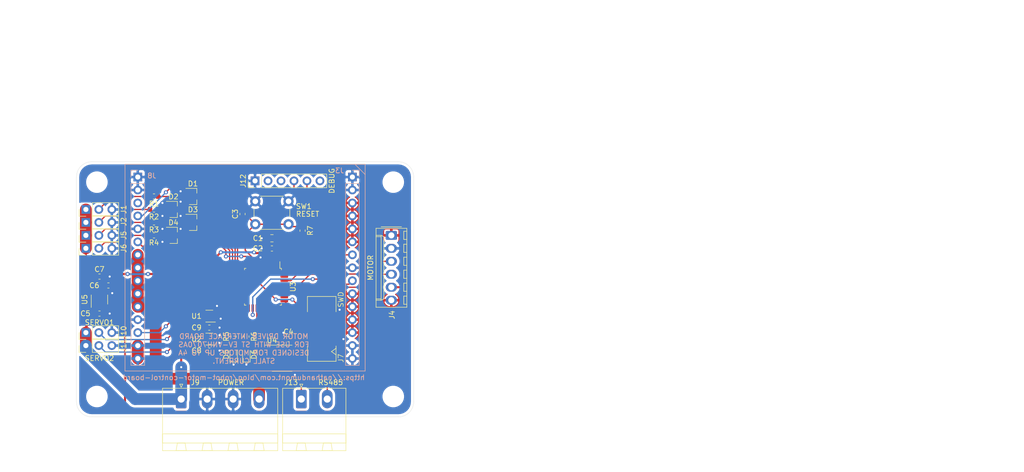
<source format=kicad_pcb>
(kicad_pcb (version 20171130) (host pcbnew 5.1.9-73d0e3b20d~88~ubuntu20.04.1)
  (title_block (title "Motor Driver Board") (date 2020-09-30) (rev 1.0) (company "Nathan Dumont") (comment 1 https://nathandumont.com/blog/robot-motor-control-board))
  (layers (0 F.Cu signal) (31 B.Cu signal) (34 B.Paste user) (35 F.Paste user) (36 B.SilkS user) (37 F.SilkS user) (38 B.Mask user) (39 F.Mask user) (44 Edge.Cuts user))
  (net 0 "")
  (net 1 +3V3)
  (net 2 GND)
  (net 3 /SRST)
  (net 4 +5V)
  (net 5 "Net-(C6-Pad1)")
  (net 6 /AUX1)
  (net 7 /AUX2)
  (net 8 /AUX3)
  (net 9 /AUX4)
  (net 10 "Net-(D5-Pad2)")
  (net 11 "Net-(D6-Pad2)")
  (net 12 "Net-(J1-Pad2)")
  (net 13 "Net-(J2-Pad2)")
  (net 14 /MOTOR_N)
  (net 15 /DIRB)
  (net 16 /DIRA)
  (net 17 /MOTOR_P)
  (net 18 /ENC_B)
  (net 19 /ENC_A)
  (net 20 "Net-(J5-Pad2)")
  (net 21 "Net-(J6-Pad2)")
  (net 22 /SWCLK)
  (net 23 /SWDIO)
  (net 24 /TIM2_CH1)
  (net 25 +12V)
  (net 26 /CUR_SENS)
  (net 27 /SEL0)
  (net 28 "Net-(J10-Pad2)")
  (net 29 "Net-(J11-Pad2)")
  (net 30 /USART3_TX)
  (net 31 /USART3_RX)
  (net 32 "Net-(J13-Pad2)")
  (net 33 "Net-(J13-Pad1)")
  (net 34 "Net-(R5-Pad2)")
  (net 35 "Net-(R6-Pad2)")
  (net 36 /SERVO1)
  (net 37 /SERVO2)
  (net 38 /RS485_DE)
  (net 39 /RS485_RX)
  (net 40 /RS485_TX)
  (module Capacitor_SMD:C_0603_1608Metric (layer F.Cu) (at 116 82.5 180)
    (fp_text reference C9 (at 2.5 0) (layer F.SilkS))
    (fp_text value 100nF hide)
    (pad 2 smd roundrect (at 0.7875 0 180) (size 0.875 0.95) (layers F.Cu F.Paste F.Mask) (net 4 +5V))
    (pad 1 smd roundrect (at -0.7875 0 180) (size 0.875 0.95) (layers F.Cu F.Paste F.Mask) (net 2 GND))
  )
  (module Capacitor_SMD:C_0603_1608Metric (layer F.Cu) (at 116 87 180)
    (fp_text reference C8 (at 2.5 0) (layer F.SilkS))
    (fp_text value 100nF hide)
    (pad 2 smd roundrect (at 0.7875 0 180) (size 0.875 0.95) (layers F.Cu F.Paste F.Mask) (net 4 +5V))
    (pad 1 smd roundrect (at -0.7875 0 180) (size 0.875 0.95) (layers F.Cu F.Paste F.Mask) (net 2 GND))
  )
  (module Connector_PinHeader_2.54mm:PinHeader_1x15_P2.54mm_Vertical (layer B.Cu) (at 144 53 180)
    (fp_text reference J3 (at 2.5 1.25) (layer B.SilkS) (effects (justify mirror)))
    (fp_text value Conn_01x15 hide)
    (pad 15 thru_hole oval (at 0 -35.56 180) (size 1.7 1.7) (drill 1) (layers *.Cu *.Mask) (net 2 GND))
    (pad 14 thru_hole oval (at 0 -33.02 180) (size 1.7 1.7) (drill 1) (layers *.Cu *.Mask) (net 2 GND))
    (pad 13 thru_hole oval (at 0 -30.48 180) (size 1.7 1.7) (drill 1) (layers *.Cu *.Mask) (net 14 /MOTOR_N))
    (pad 12 thru_hole oval (at 0 -27.94 180) (size 1.7 1.7) (drill 1) (layers *.Cu *.Mask) (net 14 /MOTOR_N))
    (pad 11 thru_hole oval (at 0 -25.4 180) (size 1.7 1.7) (drill 1) (layers *.Cu *.Mask) (net 14 /MOTOR_N))
    (pad 10 thru_hole oval (at 0 -22.86 180) (size 1.7 1.7) (drill 1) (layers *.Cu *.Mask) (net 14 /MOTOR_N))
    (pad 9 thru_hole oval (at 0 -20.32 180) (size 1.7 1.7) (drill 1) (layers *.Cu *.Mask) (net 15 /DIRB))
    (pad 8 thru_hole oval (at 0 -17.78 180) (size 1.7 1.7) (drill 1) (layers *.Cu *.Mask) (net 2 GND))
    (pad 7 thru_hole oval (at 0 -15.24 180) (size 1.7 1.7) (drill 1) (layers *.Cu *.Mask) (net 16 /DIRA))
    (pad 6 thru_hole oval (at 0 -12.7 180) (size 1.7 1.7) (drill 1) (layers *.Cu *.Mask) (net 17 /MOTOR_P))
    (pad 5 thru_hole oval (at 0 -10.16 180) (size 1.7 1.7) (drill 1) (layers *.Cu *.Mask) (net 17 /MOTOR_P))
    (pad 4 thru_hole oval (at 0 -7.62 180) (size 1.7 1.7) (drill 1) (layers *.Cu *.Mask) (net 17 /MOTOR_P))
    (pad 3 thru_hole oval (at 0 -5.08 180) (size 1.7 1.7) (drill 1) (layers *.Cu *.Mask) (net 17 /MOTOR_P))
    (pad 2 thru_hole oval (at 0 -2.54 180) (size 1.7 1.7) (drill 1) (layers *.Cu *.Mask) (net 2 GND))
    (pad 1 thru_hole rect (at 0 0 180) (size 1.7 1.7) (drill 1) (layers *.Cu *.Mask) (net 2 GND))
  )
  (module Package_TO_SOT_SMD:SOT-23-5 (layer F.Cu) (at 94.5 77 90)
    (fp_text reference U5 (at 0 -2.9 90) (layer F.SilkS))
    (fp_text value LDK130-33_SOT23_SOT353 hide)
    (pad 5 smd rect (at 1.1 -0.95 90) (size 1.06 0.65) (layers F.Cu F.Paste F.Mask) (net 1 +3V3))
    (pad 4 smd rect (at 1.1 0.95 90) (size 1.06 0.65) (layers F.Cu F.Paste F.Mask) (net 5 "Net-(C6-Pad1)"))
    (pad 3 smd rect (at -1.1 0.95 90) (size 1.06 0.65) (layers F.Cu F.Paste F.Mask) (net 4 +5V))
    (pad 2 smd rect (at -1.1 0 90) (size 1.06 0.65) (layers F.Cu F.Paste F.Mask) (net 2 GND))
    (pad 1 smd rect (at -1.1 -0.95 90) (size 1.06 0.65) (layers F.Cu F.Paste F.Mask) (net 4 +5V))
  )
  (module Package_SO:SOIC-8_3.9x4.9mm_P1.27mm (layer F.Cu) (at 130.25 88.5)
    (fp_text reference U4 (at -2 -3.5) (layer F.SilkS))
    (fp_text value MAX3485 hide)
    (pad 8 smd roundrect (at 2.475 -1.905) (size 1.95 0.6) (layers F.Cu F.Paste F.Mask) (net 1 +3V3))
    (pad 7 smd roundrect (at 2.475 -0.635) (size 1.95 0.6) (layers F.Cu F.Paste F.Mask) (net 32 "Net-(J13-Pad2)"))
    (pad 6 smd roundrect (at 2.475 0.635) (size 1.95 0.6) (layers F.Cu F.Paste F.Mask) (net 33 "Net-(J13-Pad1)"))
    (pad 5 smd roundrect (at 2.475 1.905) (size 1.95 0.6) (layers F.Cu F.Paste F.Mask) (net 2 GND))
    (pad 4 smd roundrect (at -2.475 1.905) (size 1.95 0.6) (layers F.Cu F.Paste F.Mask) (net 40 /RS485_TX))
    (pad 3 smd roundrect (at -2.475 0.635) (size 1.95 0.6) (layers F.Cu F.Paste F.Mask) (net 38 /RS485_DE))
    (pad 2 smd roundrect (at -2.475 -0.635) (size 1.95 0.6) (layers F.Cu F.Paste F.Mask) (net 38 /RS485_DE))
    (pad 1 smd roundrect (at -2.475 -1.905) (size 1.95 0.6) (layers F.Cu F.Paste F.Mask) (net 39 /RS485_RX))
  )
  (module Package_QFP:LQFP-32_7x7mm_P0.8mm (layer F.Cu) (at 126.5 74.5 270)
    (fp_text reference U3 (at 0 -5.88 90) (layer F.SilkS))
    (fp_text value STM32G071KxT hide)
    (pad 32 smd roundrect (at -2.8 -4.175 270) (size 0.5 1.5) (layers F.Cu F.Paste F.Mask) (net 30 /USART3_TX))
    (pad 31 smd roundrect (at -2 -4.175 270) (size 0.5 1.5) (layers F.Cu F.Paste F.Mask))
    (pad 30 smd roundrect (at -1.2 -4.175 270) (size 0.5 1.5) (layers F.Cu F.Paste F.Mask) (net 27 /SEL0))
    (pad 29 smd roundrect (at -0.4 -4.175 270) (size 0.5 1.5) (layers F.Cu F.Paste F.Mask) (net 16 /DIRA))
    (pad 28 smd roundrect (at 0.4 -4.175 270) (size 0.5 1.5) (layers F.Cu F.Paste F.Mask) (net 15 /DIRB))
    (pad 27 smd roundrect (at 1.2 -4.175 270) (size 0.5 1.5) (layers F.Cu F.Paste F.Mask) (net 18 /ENC_B))
    (pad 26 smd roundrect (at 2 -4.175 270) (size 0.5 1.5) (layers F.Cu F.Paste F.Mask))
    (pad 25 smd roundrect (at 2.8 -4.175 270) (size 0.5 1.5) (layers F.Cu F.Paste F.Mask) (net 22 /SWCLK))
    (pad 24 smd roundrect (at 4.175 -2.8 270) (size 1.5 0.5) (layers F.Cu F.Paste F.Mask) (net 23 /SWDIO))
    (pad 23 smd roundrect (at 4.175 -2 270) (size 1.5 0.5) (layers F.Cu F.Paste F.Mask) (net 38 /RS485_DE))
    (pad 22 smd roundrect (at 4.175 -1.2 270) (size 1.5 0.5) (layers F.Cu F.Paste F.Mask))
    (pad 21 smd roundrect (at 4.175 -0.4 270) (size 1.5 0.5) (layers F.Cu F.Paste F.Mask) (net 39 /RS485_RX))
    (pad 20 smd roundrect (at 4.175 0.4 270) (size 1.5 0.5) (layers F.Cu F.Paste F.Mask))
    (pad 19 smd roundrect (at 4.175 1.2 270) (size 1.5 0.5) (layers F.Cu F.Paste F.Mask) (net 40 /RS485_TX))
    (pad 18 smd roundrect (at 4.175 2 270) (size 1.5 0.5) (layers F.Cu F.Paste F.Mask) (net 19 /ENC_A))
    (pad 17 smd roundrect (at 4.175 2.8 270) (size 1.5 0.5) (layers F.Cu F.Paste F.Mask))
    (pad 16 smd roundrect (at 2.8 4.175 270) (size 0.5 1.5) (layers F.Cu F.Paste F.Mask) (net 35 "Net-(R6-Pad2)"))
    (pad 15 smd roundrect (at 2 4.175 270) (size 0.5 1.5) (layers F.Cu F.Paste F.Mask) (net 34 "Net-(R5-Pad2)"))
    (pad 14 smd roundrect (at 1.2 4.175 270) (size 0.5 1.5) (layers F.Cu F.Paste F.Mask) (net 37 /SERVO2))
    (pad 13 smd roundrect (at 0.4 4.175 270) (size 0.5 1.5) (layers F.Cu F.Paste F.Mask) (net 36 /SERVO1))
    (pad 12 smd roundrect (at -0.4 4.175 270) (size 0.5 1.5) (layers F.Cu F.Paste F.Mask) (net 24 /TIM2_CH1))
    (pad 11 smd roundrect (at -1.2 4.175 270) (size 0.5 1.5) (layers F.Cu F.Paste F.Mask) (net 9 /AUX4))
    (pad 10 smd roundrect (at -2 4.175 270) (size 0.5 1.5) (layers F.Cu F.Paste F.Mask) (net 8 /AUX3))
    (pad 9 smd roundrect (at -2.8 4.175 270) (size 0.5 1.5) (layers F.Cu F.Paste F.Mask) (net 7 /AUX2))
    (pad 8 smd roundrect (at -4.175 2.8 270) (size 1.5 0.5) (layers F.Cu F.Paste F.Mask) (net 6 /AUX1))
    (pad 7 smd roundrect (at -4.175 2 270) (size 1.5 0.5) (layers F.Cu F.Paste F.Mask) (net 26 /CUR_SENS))
    (pad 6 smd roundrect (at -4.175 1.2 270) (size 1.5 0.5) (layers F.Cu F.Paste F.Mask) (net 3 /SRST))
    (pad 5 smd roundrect (at -4.175 0.4 270) (size 1.5 0.5) (layers F.Cu F.Paste F.Mask) (net 2 GND))
    (pad 4 smd roundrect (at -4.175 -0.4 270) (size 1.5 0.5) (layers F.Cu F.Paste F.Mask) (net 1 +3V3))
    (pad 3 smd roundrect (at -4.175 -1.2 270) (size 1.5 0.5) (layers F.Cu F.Paste F.Mask))
    (pad 2 smd roundrect (at -4.175 -2 270) (size 1.5 0.5) (layers F.Cu F.Paste F.Mask))
    (pad 1 smd roundrect (at -4.175 -2.8 270) (size 1.5 0.5) (layers F.Cu F.Paste F.Mask) (net 31 /USART3_RX))
  )
  (module Package_TO_SOT_SMD:SOT-353_SC-70-5 (layer F.Cu) (at 116 84.75 180)
    (fp_text reference U2 (at 2.5 0) (layer F.SilkS))
    (fp_text value 74AHCT1G125 hide)
    (pad 5 smd rect (at 0.95 -0.65 180) (size 0.65 0.4) (layers F.Cu F.Paste F.Mask) (net 4 +5V))
    (pad 4 smd rect (at 0.95 0.65 180) (size 0.65 0.4) (layers F.Cu F.Paste F.Mask) (net 29 "Net-(J11-Pad2)"))
    (pad 2 smd rect (at -0.95 0 180) (size 0.65 0.4) (layers F.Cu F.Paste F.Mask) (net 37 /SERVO2))
    (pad 3 smd rect (at -0.95 0.65 180) (size 0.65 0.4) (layers F.Cu F.Paste F.Mask) (net 2 GND))
    (pad 1 smd rect (at -0.95 -0.65 180) (size 0.65 0.4) (layers F.Cu F.Paste F.Mask) (net 2 GND))
  )
  (module Package_TO_SOT_SMD:SOT-353_SC-70-5 (layer F.Cu) (at 116 80.25 180)
    (fp_text reference U1 (at 2.5 0) (layer F.SilkS))
    (fp_text value 74AHCT1G125 hide)
    (pad 5 smd rect (at 0.95 -0.65 180) (size 0.65 0.4) (layers F.Cu F.Paste F.Mask) (net 4 +5V))
    (pad 4 smd rect (at 0.95 0.65 180) (size 0.65 0.4) (layers F.Cu F.Paste F.Mask) (net 28 "Net-(J10-Pad2)"))
    (pad 2 smd rect (at -0.95 0 180) (size 0.65 0.4) (layers F.Cu F.Paste F.Mask) (net 36 /SERVO1))
    (pad 3 smd rect (at -0.95 0.65 180) (size 0.65 0.4) (layers F.Cu F.Paste F.Mask) (net 2 GND))
    (pad 1 smd rect (at -0.95 -0.65 180) (size 0.65 0.4) (layers F.Cu F.Paste F.Mask) (net 2 GND))
  )
  (module Button_Switch_THT:SW_PUSH_6mm (layer F.Cu) (at 131.5 62.25 180)
    (fp_text reference SW1 (at -3 3.5) (layer F.SilkS))
    (fp_text value RESET (at -3.75 2) (layer F.SilkS))
    (pad 1 thru_hole circle (at 6.5 0 270) (size 2 2) (drill 1.1) (layers *.Cu *.Mask) (net 3 /SRST))
    (pad 2 thru_hole circle (at 6.5 4.5 270) (size 2 2) (drill 1.1) (layers *.Cu *.Mask) (net 2 GND))
    (pad 1 thru_hole circle (at 0 0 270) (size 2 2) (drill 1.1) (layers *.Cu *.Mask) (net 3 /SRST))
    (pad 2 thru_hole circle (at 0 4.5 270) (size 2 2) (drill 1.1) (layers *.Cu *.Mask) (net 2 GND))
  )
  (module Resistor_SMD:R_0603_1608Metric (layer F.Cu) (at 134.25 63.5 90)
    (fp_text reference R7 (at 0 1.5 90) (layer F.SilkS))
    (fp_text value 10kΩ hide)
    (pad 2 smd roundrect (at 0.7875 0 90) (size 0.875 0.95) (layers F.Cu F.Paste F.Mask) (net 3 /SRST))
    (pad 1 smd roundrect (at -0.7875 0 90) (size 0.875 0.95) (layers F.Cu F.Paste F.Mask) (net 1 +3V3))
  )
  (module Resistor_SMD:R_0603_1608Metric (layer F.Cu) (at 123.25 84.25 90)
    (fp_text reference R6 (at 0 1.5 90) (layer F.SilkS))
    (fp_text value 330Ω hide)
    (pad 2 smd roundrect (at 0.7875 0 90) (size 0.875 0.95) (layers F.Cu F.Paste F.Mask) (net 35 "Net-(R6-Pad2)"))
    (pad 1 smd roundrect (at -0.7875 0 90) (size 0.875 0.95) (layers F.Cu F.Paste F.Mask) (net 11 "Net-(D6-Pad2)"))
  )
  (module Resistor_SMD:R_0603_1608Metric (layer F.Cu) (at 120.75 84.25 90)
    (fp_text reference R5 (at 0 -1.43 90) (layer F.SilkS))
    (fp_text value 330Ω hide)
    (pad 2 smd roundrect (at 0.7875 0 90) (size 0.875 0.95) (layers F.Cu F.Paste F.Mask) (net 34 "Net-(R5-Pad2)"))
    (pad 1 smd roundrect (at -0.7875 0 90) (size 0.875 0.95) (layers F.Cu F.Paste F.Mask) (net 10 "Net-(D5-Pad2)"))
  )
  (module Resistor_SMD:R_0603_1608Metric (layer F.Cu) (at 105.175 64.43 180)
    (fp_text reference R4 (at 0 -1.43) (layer F.SilkS))
    (fp_text value 1kΩ hide)
    (pad 2 smd roundrect (at 0.7875 0 180) (size 0.875 0.95) (layers F.Cu F.Paste F.Mask) (net 21 "Net-(J6-Pad2)"))
    (pad 1 smd roundrect (at -0.7875 0 180) (size 0.875 0.95) (layers F.Cu F.Paste F.Mask) (net 9 /AUX4))
  )
  (module Resistor_SMD:R_0603_1608Metric (layer F.Cu) (at 105.175 61.89 180)
    (fp_text reference R3 (at 0 -1.43) (layer F.SilkS))
    (fp_text value 1kΩ hide)
    (pad 2 smd roundrect (at 0.7875 0 180) (size 0.875 0.95) (layers F.Cu F.Paste F.Mask) (net 20 "Net-(J5-Pad2)"))
    (pad 1 smd roundrect (at -0.7875 0 180) (size 0.875 0.95) (layers F.Cu F.Paste F.Mask) (net 8 /AUX3))
  )
  (module Resistor_SMD:R_0603_1608Metric (layer F.Cu) (at 105.175 59.35 180)
    (fp_text reference R2 (at 0 -1.43) (layer F.SilkS))
    (fp_text value 1kΩ hide)
    (pad 2 smd roundrect (at 0.7875 0 180) (size 0.875 0.95) (layers F.Cu F.Paste F.Mask) (net 13 "Net-(J2-Pad2)"))
    (pad 1 smd roundrect (at -0.7875 0 180) (size 0.875 0.95) (layers F.Cu F.Paste F.Mask) (net 7 /AUX2))
  )
  (module Resistor_SMD:R_0603_1608Metric (layer F.Cu) (at 105.175 56.81 180)
    (fp_text reference R1 (at 0 -1.43) (layer F.SilkS))
    (fp_text value 1kΩ hide)
    (pad 2 smd roundrect (at 0.7875 0 180) (size 0.875 0.95) (layers F.Cu F.Paste F.Mask) (net 12 "Net-(J1-Pad2)"))
    (pad 1 smd roundrect (at -0.7875 0 180) (size 0.875 0.95) (layers F.Cu F.Paste F.Mask) (net 6 /AUX1))
  )
  (module Connector_Phoenix_MSTB:PhoenixContact_MSTBA_2,5_2-G-5,08_1x02_P5.08mm_Horizontal (layer F.Cu) (at 134 96.5)
    (fp_text reference J13 (at -2 -3.25) (layer F.SilkS))
    (fp_text value RS485 (at 5.75 -3.25) (layer F.SilkS))
    (pad 2 thru_hole oval (at 5.08 0) (size 2.08 3.6) (drill 1.4) (layers *.Cu *.Mask) (net 32 "Net-(J13-Pad2)"))
    (pad 1 thru_hole roundrect (at 0 0) (size 2.08 3.6) (drill 1.4) (layers *.Cu *.Mask) (roundrect_rratio 0.120192) (net 33 "Net-(J13-Pad1)"))
  )
  (module Connector_PinHeader_2.54mm:PinHeader_1x06_P2.54mm_Vertical (layer F.Cu) (at 124.95 53.75 90)
    (fp_text reference J12 (at 0 -2.33 90) (layer F.SilkS))
    (fp_text value DEBUG (at 0 15.03 90) (layer F.SilkS))
    (pad 6 thru_hole oval (at 0 12.7 90) (size 1.7 1.7) (drill 1) (layers *.Cu *.Mask))
    (pad 5 thru_hole oval (at 0 10.16 90) (size 1.7 1.7) (drill 1) (layers *.Cu *.Mask) (net 30 /USART3_TX))
    (pad 4 thru_hole oval (at 0 7.62 90) (size 1.7 1.7) (drill 1) (layers *.Cu *.Mask) (net 31 /USART3_RX))
    (pad 3 thru_hole oval (at 0 5.08 90) (size 1.7 1.7) (drill 1) (layers *.Cu *.Mask))
    (pad 2 thru_hole oval (at 0 2.54 90) (size 1.7 1.7) (drill 1) (layers *.Cu *.Mask))
    (pad 1 thru_hole rect (at 0 0 90) (size 1.7 1.7) (drill 1) (layers *.Cu *.Mask) (net 2 GND))
  )
  (module Connector_PinHeader_2.54mm:PinHeader_1x03_P2.54mm_Vertical (layer F.Cu) (at 91.84 86.02 90)
    (fp_text reference J11 (at 0 7.41 90) (layer F.SilkS))
    (fp_text value SERVO2 (at -2.48 2.66 180) (layer F.SilkS))
    (pad 3 thru_hole oval (at 0 5.08 90) (size 1.7 1.7) (drill 1) (layers *.Cu *.Mask) (net 2 GND))
    (pad 2 thru_hole oval (at 0 2.54 90) (size 1.7 1.7) (drill 1) (layers *.Cu *.Mask) (net 29 "Net-(J11-Pad2)"))
    (pad 1 thru_hole rect (at 0 0 90) (size 1.7 1.7) (drill 1) (layers *.Cu *.Mask) (net 4 +5V))
  )
  (module Connector_PinHeader_2.54mm:PinHeader_1x03_P2.54mm_Vertical (layer F.Cu) (at 91.84 83.48 90)
    (fp_text reference J10 (at 0 7.41 90) (layer F.SilkS))
    (fp_text value SERVO1 (at 1.98 2.66 180) (layer F.SilkS))
    (pad 3 thru_hole oval (at 0 5.08 90) (size 1.7 1.7) (drill 1) (layers *.Cu *.Mask) (net 2 GND))
    (pad 2 thru_hole oval (at 0 2.54 90) (size 1.7 1.7) (drill 1) (layers *.Cu *.Mask) (net 28 "Net-(J10-Pad2)"))
    (pad 1 thru_hole rect (at 0 0 90) (size 1.7 1.7) (drill 1) (layers *.Cu *.Mask) (net 4 +5V))
  )
  (module Connector_Phoenix_MSTB:PhoenixContact_MSTBA_2,5_4-G-5,08_1x04_P5.08mm_Horizontal (layer F.Cu) (at 110.5 96.5)
    (fp_text reference J9 (at 2.75 -3.25) (layer F.SilkS))
    (fp_text value POWER (at 9.75 -3.25) (layer F.SilkS))
    (pad 4 thru_hole oval (at 15.24 0) (size 2.08 3.6) (drill 1.4) (layers *.Cu *.Mask) (net 25 +12V))
    (pad 3 thru_hole oval (at 10.16 0) (size 2.08 3.6) (drill 1.4) (layers *.Cu *.Mask) (net 2 GND))
    (pad 2 thru_hole oval (at 5.08 0) (size 2.08 3.6) (drill 1.4) (layers *.Cu *.Mask) (net 2 GND))
    (pad 1 thru_hole roundrect (at 0 0) (size 2.08 3.6) (drill 1.4) (layers *.Cu *.Mask) (roundrect_rratio 0.120192) (net 4 +5V))
  )
  (module Connector_PinSocket_2.54mm:PinSocket_1x15_P2.54mm_Vertical (layer B.Cu) (at 102 53 180)
    (fp_text reference J8 (at -2.75 0.25) (layer B.SilkS) (effects (justify mirror)))
    (fp_text value Conn_01x15 hide)
    (pad 15 thru_hole oval (at 0 -35.56 180) (size 1.7 1.7) (drill 1) (layers *.Cu *.Mask) (net 2 GND))
    (pad 14 thru_hole oval (at 0 -33.02 180) (size 1.7 1.7) (drill 1) (layers *.Cu *.Mask) (net 2 GND))
    (pad 13 thru_hole oval (at 0 -30.48 180) (size 1.7 1.7) (drill 1) (layers *.Cu *.Mask) (net 24 /TIM2_CH1))
    (pad 12 thru_hole oval (at 0 -27.94 180) (size 1.7 1.7) (drill 1) (layers *.Cu *.Mask) (net 2 GND))
    (pad 11 thru_hole oval (at 0 -25.4 180) (size 1.7 1.7) (drill 1) (layers *.Cu *.Mask) (net 25 +12V))
    (pad 10 thru_hole oval (at 0 -22.86 180) (size 1.7 1.7) (drill 1) (layers *.Cu *.Mask) (net 25 +12V))
    (pad 9 thru_hole oval (at 0 -20.32 180) (size 1.7 1.7) (drill 1) (layers *.Cu *.Mask) (net 25 +12V))
    (pad 8 thru_hole oval (at 0 -17.78 180) (size 1.7 1.7) (drill 1) (layers *.Cu *.Mask) (net 25 +12V))
    (pad 7 thru_hole oval (at 0 -15.24 180) (size 1.7 1.7) (drill 1) (layers *.Cu *.Mask) (net 25 +12V))
    (pad 6 thru_hole oval (at 0 -12.7 180) (size 1.7 1.7) (drill 1) (layers *.Cu *.Mask) (net 26 /CUR_SENS))
    (pad 5 thru_hole oval (at 0 -10.16 180) (size 1.7 1.7) (drill 1) (layers *.Cu *.Mask) (net 2 GND))
    (pad 4 thru_hole oval (at 0 -7.62 180) (size 1.7 1.7) (drill 1) (layers *.Cu *.Mask) (net 27 /SEL0))
    (pad 3 thru_hole oval (at 0 -5.08 180) (size 1.7 1.7) (drill 1) (layers *.Cu *.Mask))
    (pad 2 thru_hole oval (at 0 -2.54 180) (size 1.7 1.7) (drill 1) (layers *.Cu *.Mask) (net 2 GND))
    (pad 1 thru_hole rect (at 0 0 180) (size 1.7 1.7) (drill 1) (layers *.Cu *.Mask) (net 2 GND))
  )
  (module extras:SAMTEC_SHF-SM_5x2 (layer F.Cu) (at 138 82.75 90)
    (fp_text reference J7 (at -5.75 3.75 270) (layer F.SilkS) (effects (font (thickness 0.12))))
    (fp_text value SWD (at 5.75 3.75 270) (layer F.SilkS) (effects (font (thickness 0.12))))
    (pad 10 smd rect (at 2.54 -2.032 90) (size 0.74 2.795) (layers F.Cu F.Paste F.Mask) (net 3 /SRST))
    (pad 9 smd rect (at 2.54 2.032 90) (size 0.74 2.795) (layers F.Cu F.Paste F.Mask) (net 2 GND))
    (pad 8 smd rect (at 1.27 -2.032 90) (size 0.74 2.795) (layers F.Cu F.Paste F.Mask))
    (pad 7 smd rect (at 1.27 2.032 90) (size 0.74 2.795) (layers F.Cu F.Paste F.Mask))
    (pad 6 smd rect (at 0 -2.032 90) (size 0.74 2.795) (layers F.Cu F.Paste F.Mask))
    (pad 5 smd rect (at 0 2.032 90) (size 0.74 2.795) (layers F.Cu F.Paste F.Mask) (net 2 GND))
    (pad 4 smd rect (at -1.27 -2.032 90) (size 0.74 2.795) (layers F.Cu F.Paste F.Mask) (net 22 /SWCLK))
    (pad 3 smd rect (at -1.27 2.032 90) (size 0.74 2.795) (layers F.Cu F.Paste F.Mask) (net 2 GND))
    (pad 2 smd rect (at -2.54 -2.032 90) (size 0.74 2.795) (layers F.Cu F.Paste F.Mask) (net 23 /SWDIO))
    (pad 1 smd rect (at -2.54 2.032 90) (size 0.74 2.795) (layers F.Cu F.Paste F.Mask) (net 1 +3V3))
  )
  (module Connector_PinHeader_2.54mm:PinHeader_1x03_P2.54mm_Vertical (layer F.Cu) (at 91.84 66.97 90)
    (fp_text reference J6 (at 0 7.41 90) (layer F.SilkS))
    (fp_text value AUX4 hide)
    (pad 3 thru_hole oval (at 0 5.08 90) (size 1.7 1.7) (drill 1) (layers *.Cu *.Mask) (net 2 GND))
    (pad 2 thru_hole oval (at 0 2.54 90) (size 1.7 1.7) (drill 1) (layers *.Cu *.Mask) (net 21 "Net-(J6-Pad2)"))
    (pad 1 thru_hole rect (at 0 0 90) (size 1.7 1.7) (drill 1) (layers *.Cu *.Mask) (net 1 +3V3))
  )
  (module Connector_PinHeader_2.54mm:PinHeader_1x03_P2.54mm_Vertical (layer F.Cu) (at 91.84 64.43 90)
    (fp_text reference J5 (at 0 7.41 90) (layer F.SilkS))
    (fp_text value AUX3 hide)
    (pad 3 thru_hole oval (at 0 5.08 90) (size 1.7 1.7) (drill 1) (layers *.Cu *.Mask) (net 2 GND))
    (pad 2 thru_hole oval (at 0 2.54 90) (size 1.7 1.7) (drill 1) (layers *.Cu *.Mask) (net 20 "Net-(J5-Pad2)"))
    (pad 1 thru_hole rect (at 0 0 90) (size 1.7 1.7) (drill 1) (layers *.Cu *.Mask) (net 1 +3V3))
  )
  (module Connector_Molex:Molex_KK-254_AE-6410-06A_1x06_P2.54mm_Vertical (layer F.Cu) (at 151.62 64.43 270)
    (fp_text reference J4 (at 15.57 -0.13 90) (layer F.SilkS))
    (fp_text value MOTOR (at 6.35 4.08 90) (layer F.SilkS))
    (pad 6 thru_hole oval (at 12.7 0 270) (size 1.74 2.19) (drill 1.19) (layers *.Cu *.Mask) (net 14 /MOTOR_N))
    (pad 5 thru_hole oval (at 10.16 0 270) (size 1.74 2.19) (drill 1.19) (layers *.Cu *.Mask) (net 1 +3V3))
    (pad 4 thru_hole oval (at 7.62 0 270) (size 1.74 2.19) (drill 1.19) (layers *.Cu *.Mask) (net 18 /ENC_B))
    (pad 3 thru_hole oval (at 5.08 0 270) (size 1.74 2.19) (drill 1.19) (layers *.Cu *.Mask) (net 19 /ENC_A))
    (pad 2 thru_hole oval (at 2.54 0 270) (size 1.74 2.19) (drill 1.19) (layers *.Cu *.Mask) (net 2 GND))
    (pad 1 thru_hole roundrect (at 0 0 270) (size 1.74 2.19) (drill 1.19) (layers *.Cu *.Mask) (roundrect_rratio 0.143678) (net 17 /MOTOR_P))
  )
  (module Connector_PinHeader_2.54mm:PinHeader_1x03_P2.54mm_Vertical (layer F.Cu) (at 91.84 61.89 90)
    (fp_text reference J2 (at 0.14 7.41 90) (layer F.SilkS))
    (fp_text value AUX2 hide)
    (pad 3 thru_hole oval (at 0 5.08 90) (size 1.7 1.7) (drill 1) (layers *.Cu *.Mask) (net 2 GND))
    (pad 2 thru_hole oval (at 0 2.54 90) (size 1.7 1.7) (drill 1) (layers *.Cu *.Mask) (net 13 "Net-(J2-Pad2)"))
    (pad 1 thru_hole rect (at 0 0 90) (size 1.7 1.7) (drill 1) (layers *.Cu *.Mask) (net 1 +3V3))
  )
  (module Connector_PinHeader_2.54mm:PinHeader_1x03_P2.54mm_Vertical (layer F.Cu) (at 91.84 59.35 90)
    (fp_text reference J1 (at 0 7.41 90) (layer F.SilkS))
    (fp_text value AUX1 hide)
    (pad 3 thru_hole oval (at 0 5.08 90) (size 1.7 1.7) (drill 1) (layers *.Cu *.Mask) (net 2 GND))
    (pad 2 thru_hole oval (at 0 2.54 90) (size 1.7 1.7) (drill 1) (layers *.Cu *.Mask) (net 12 "Net-(J1-Pad2)"))
    (pad 1 thru_hole rect (at 0 0 90) (size 1.7 1.7) (drill 1) (layers *.Cu *.Mask) (net 1 +3V3))
  )
  (module MountingHole:MountingHole_3.2mm_M3 (layer F.Cu) (at 152 96)
    (fp_text reference H4 hide)
    (fp_text value MountingHole hide)
    (pad 1 np_thru_hole circle (at 0 0) (size 3.2 3.2) (drill 3.2) (layers *.Cu *.Mask))
  )
  (module MountingHole:MountingHole_3.2mm_M3 (layer F.Cu) (at 94 54)
    (fp_text reference H3 hide)
    (fp_text value MountingHole hide)
    (pad 1 np_thru_hole circle (at 0 0) (size 3.2 3.2) (drill 3.2) (layers *.Cu *.Mask))
  )
  (module MountingHole:MountingHole_3.2mm_M3 (layer F.Cu) (at 94 96)
    (fp_text reference H2 hide)
    (fp_text value MountingHole hide)
    (pad 1 np_thru_hole circle (at 0 0) (size 3.2 3.2) (drill 3.2) (layers *.Cu *.Mask))
  )
  (module MountingHole:MountingHole_3.2mm_M3 (layer F.Cu) (at 152 54)
    (fp_text reference H1 hide)
    (fp_text value MountingHole hide)
    (pad 1 np_thru_hole circle (at 0 0) (size 3.2 3.2) (drill 3.2) (layers *.Cu *.Mask))
  )
  (module LED_SMD:LED_0603_1608Metric (layer F.Cu) (at 123.25 87.75 90)
    (fp_text reference D6 (at 0 1.5 90) (layer F.SilkS))
    (fp_text value LED1 hide)
    (pad 2 smd roundrect (at 0.7875 0 90) (size 0.875 0.95) (layers F.Cu F.Paste F.Mask) (net 11 "Net-(D6-Pad2)"))
    (pad 1 smd roundrect (at -0.7875 0 90) (size 0.875 0.95) (layers F.Cu F.Paste F.Mask) (net 2 GND))
  )
  (module LED_SMD:LED_0603_1608Metric (layer F.Cu) (at 120.75 87.75 90)
    (fp_text reference D5 (at 0 -1.43 90) (layer F.SilkS))
    (fp_text value LED0 hide)
    (pad 2 smd roundrect (at 0.7875 0 90) (size 0.875 0.95) (layers F.Cu F.Paste F.Mask) (net 10 "Net-(D5-Pad2)"))
    (pad 1 smd roundrect (at -0.7875 0 90) (size 0.875 0.95) (layers F.Cu F.Paste F.Mask) (net 2 GND))
  )
  (module Package_TO_SOT_SMD:SOT-23 (layer F.Cu) (at 108.985 64.43)
    (fp_text reference D4 (at 0 -2.5) (layer F.SilkS))
    (fp_text value D_TVS_AAK hide)
    (pad 3 smd rect (at 1 0) (size 0.9 0.8) (layers F.Cu F.Paste F.Mask) (net 9 /AUX4))
    (pad 2 smd rect (at -1 0.95) (size 0.9 0.8) (layers F.Cu F.Paste F.Mask) (net 2 GND))
    (pad 1 smd rect (at -1 -0.95) (size 0.9 0.8) (layers F.Cu F.Paste F.Mask) (net 2 GND))
  )
  (module Package_TO_SOT_SMD:SOT-23 (layer F.Cu) (at 112.795 61.89)
    (fp_text reference D3 (at 0 -2.5) (layer F.SilkS))
    (fp_text value D_TVS_AAK hide)
    (pad 3 smd rect (at 1 0) (size 0.9 0.8) (layers F.Cu F.Paste F.Mask) (net 8 /AUX3))
    (pad 2 smd rect (at -1 0.95) (size 0.9 0.8) (layers F.Cu F.Paste F.Mask) (net 2 GND))
    (pad 1 smd rect (at -1 -0.95) (size 0.9 0.8) (layers F.Cu F.Paste F.Mask) (net 2 GND))
  )
  (module Package_TO_SOT_SMD:SOT-23 (layer F.Cu) (at 108.985 59.35)
    (fp_text reference D2 (at 0 -2.5) (layer F.SilkS))
    (fp_text value D_TVS_AAK hide)
    (pad 3 smd rect (at 1 0) (size 0.9 0.8) (layers F.Cu F.Paste F.Mask) (net 7 /AUX2))
    (pad 2 smd rect (at -1 0.95) (size 0.9 0.8) (layers F.Cu F.Paste F.Mask) (net 2 GND))
    (pad 1 smd rect (at -1 -0.95) (size 0.9 0.8) (layers F.Cu F.Paste F.Mask) (net 2 GND))
  )
  (module Package_TO_SOT_SMD:SOT-23 (layer F.Cu) (at 112.795 56.81)
    (fp_text reference D1 (at 0 -2.5) (layer F.SilkS))
    (fp_text value D_TVS_AAK hide)
    (pad 3 smd rect (at 1 0) (size 0.9 0.8) (layers F.Cu F.Paste F.Mask) (net 6 /AUX1))
    (pad 2 smd rect (at -1 0.95) (size 0.9 0.8) (layers F.Cu F.Paste F.Mask) (net 2 GND))
    (pad 1 smd rect (at -1 -0.95) (size 0.9 0.8) (layers F.Cu F.Paste F.Mask) (net 2 GND))
  )
  (module Capacitor_SMD:C_0603_1608Metric (layer F.Cu) (at 94.5 72.5)
    (fp_text reference C7 (at 0 -1.43) (layer F.SilkS))
    (fp_text value 1µF hide)
    (pad 2 smd roundrect (at 0.7875 0) (size 0.875 0.95) (layers F.Cu F.Paste F.Mask) (net 2 GND))
    (pad 1 smd roundrect (at -0.7875 0) (size 0.875 0.95) (layers F.Cu F.Paste F.Mask) (net 1 +3V3))
  )
  (module Capacitor_SMD:C_0603_1608Metric (layer F.Cu) (at 96.25 74.25)
    (fp_text reference C6 (at -2.75 0) (layer F.SilkS))
    (fp_text value 10nF hide)
    (pad 2 smd roundrect (at 0.7875 0) (size 0.875 0.95) (layers F.Cu F.Paste F.Mask) (net 2 GND))
    (pad 1 smd roundrect (at -0.7875 0) (size 0.875 0.95) (layers F.Cu F.Paste F.Mask) (net 5 "Net-(C6-Pad1)"))
  )
  (module Capacitor_SMD:C_0603_1608Metric (layer F.Cu) (at 94.5 79.75)
    (fp_text reference C5 (at -2.75 0) (layer F.SilkS))
    (fp_text value 1µF hide)
    (pad 2 smd roundrect (at 0.7875 0) (size 0.875 0.95) (layers F.Cu F.Paste F.Mask) (net 2 GND))
    (pad 1 smd roundrect (at -0.7875 0) (size 0.875 0.95) (layers F.Cu F.Paste F.Mask) (net 4 +5V))
  )
  (module Capacitor_SMD:C_0603_1608Metric (layer F.Cu) (at 131.5 84.75)
    (fp_text reference C4 (at 0 -1.43) (layer F.SilkS))
    (fp_text value 100nF hide)
    (pad 2 smd roundrect (at 0.7875 0) (size 0.875 0.95) (layers F.Cu F.Paste F.Mask) (net 1 +3V3))
    (pad 1 smd roundrect (at -0.7875 0) (size 0.875 0.95) (layers F.Cu F.Paste F.Mask) (net 2 GND))
  )
  (module Capacitor_SMD:C_0603_1608Metric (layer F.Cu) (at 122.5 60.25 90)
    (fp_text reference C3 (at 0 -1.43 90) (layer F.SilkS))
    (fp_text value 100nF hide)
    (pad 2 smd roundrect (at 0.7875 0 90) (size 0.875 0.95) (layers F.Cu F.Paste F.Mask) (net 2 GND))
    (pad 1 smd roundrect (at -0.7875 0 90) (size 0.875 0.95) (layers F.Cu F.Paste F.Mask) (net 3 /SRST))
  )
  (module Capacitor_SMD:C_0603_1608Metric (layer F.Cu) (at 128.25 67)
    (fp_text reference C2 (at -2.75 0) (layer F.SilkS))
    (fp_text value 100nF hide)
    (pad 2 smd roundrect (at 0.7875 0) (size 0.875 0.95) (layers F.Cu F.Paste F.Mask) (net 1 +3V3))
    (pad 1 smd roundrect (at -0.7875 0) (size 0.875 0.95) (layers F.Cu F.Paste F.Mask) (net 2 GND))
  )
  (module Capacitor_SMD:C_0805_2012Metric (layer F.Cu) (at 128.25 65)
    (fp_text reference C1 (at -2.75 0) (layer F.SilkS))
    (fp_text value 4.7µF hide)
    (pad 2 smd roundrect (at 0.9375 0) (size 0.975 1.4) (layers F.Cu F.Paste F.Mask) (net 1 +3V3))
    (pad 1 smd roundrect (at -0.9375 0) (size 0.975 1.4) (layers F.Cu F.Paste F.Mask) (net 2 GND))
  )
  (gr_text "MOTOR DRIVER INTERFACE BOARD\nFOR USE WITH ST EV-VNH7070AS\nDESIGNED FOR MOTORS UP TO 4A\nSTALL CURRENT.\n\nhttps://nathandumont.com/blog/robot-motor-control-board" (at 122.75 88.25) (layer B.SilkS) (effects (font (size 1 1)) (justify mirror)))
  (gr_line (start 146.5 52.5) (end 144.5 50.5) (layer B.SilkS) (width 0.12))
  (gr_line (start 146.5 91) (end 146.5 50.5) (layer B.SilkS) (width 0.12))
  (gr_line (start 99.5 91) (end 146.5 91) (layer B.SilkS) (width 0.12))
  (gr_line (start 99.5 50.5) (end 99.5 91) (layer B.SilkS) (width 0.12))
  (gr_line (start 146.5 50.5) (end 99.5 50.5) (layer B.SilkS) (width 0.12))
  (gr_arc (start 153 53) (end 156 53) (angle -90) (layer Edge.Cuts) (width 0.05))
  (gr_arc (start 153 97) (end 153 100) (angle -90) (layer Edge.Cuts) (width 0.05))
  (gr_arc (start 93 97) (end 90 97) (angle -90) (layer Edge.Cuts) (width 0.05))
  (gr_arc (start 93 53) (end 93 50) (angle -90) (layer Edge.Cuts) (width 0.05))
  (gr_line (start 90 97) (end 90 53) (layer Edge.Cuts) (width 0.05))
  (gr_line (start 153 100) (end 93 100) (layer Edge.Cuts) (width 0.05))
  (gr_line (start 156 53) (end 156 97) (layer Edge.Cuts) (width 0.05))
  (gr_line (start 93 50) (end 153 50) (layer Edge.Cuts) (width 0.05))
  (segment (start 93.55 72.6625) (end 93.7125 72.5) (width 0.4) (layer F.Cu) (net 1))
  (segment (start 93.55 75.9) (end 93.55 72.6625) (width 0.4) (layer F.Cu) (net 1))
  (segment (start 91.84 59.35) (end 91.84 61.89) (width 2.3) (layer F.Cu) (net 1))
  (segment (start 91.84 61.89) (end 91.84 64.43) (width 2.3) (layer F.Cu) (net 1))
  (segment (start 91.84 64.43) (end 91.84 66.97) (width 2.3) (layer F.Cu) (net 1))
  (segment (start 129.1875 66.85) (end 129.0375 67) (width 0.4) (layer F.Cu) (net 1))
  (segment (start 129.1875 65) (end 129.1875 66.85) (width 0.4) (layer F.Cu) (net 1))
  (segment (start 129.0375 67) (end 129.0375 67.2125) (width 0.4) (layer F.Cu) (net 1))
  (segment (start 126.9 69.35) (end 126.9 70.325) (width 0.4) (layer F.Cu) (net 1))
  (segment (start 155 86.5) (end 142.5 99) (width 0.4) (layer F.Cu) (net 1))
  (segment (start 155 75.5) (end 155 86.5) (width 0.4) (layer F.Cu) (net 1))
  (segment (start 154.09 74.59) (end 155 75.5) (width 0.4) (layer F.Cu) (net 1))
  (segment (start 99.5 97.5) (end 99.5 73.5) (width 0.4) (layer F.Cu) (net 1))
  (segment (start 101 99) (end 99.5 97.5) (width 0.4) (layer F.Cu) (net 1))
  (segment (start 151.62 74.59) (end 154.09 74.59) (width 0.4) (layer F.Cu) (net 1))
  (segment (start 140.032 85.29) (end 140.032 91.282) (width 0.4) (layer F.Cu) (net 1))
  (segment (start 142 93.25) (end 142 99) (width 0.4) (layer F.Cu) (net 1))
  (segment (start 140.032 91.282) (end 142 93.25) (width 0.4) (layer F.Cu) (net 1))
  (segment (start 142.5 99) (end 142 99) (width 0.4) (layer F.Cu) (net 1))
  (segment (start 131.75 86.595) (end 130.75 87.595) (width 0.4) (layer F.Cu) (net 1))
  (segment (start 132.725 86.595) (end 131.75 86.595) (width 0.4) (layer F.Cu) (net 1))
  (segment (start 130.75 87.595) (end 130.75 99) (width 0.4) (layer F.Cu) (net 1))
  (segment (start 130.75 99) (end 101 99) (width 0.4) (layer F.Cu) (net 1))
  (segment (start 142 99) (end 130.75 99) (width 0.4) (layer F.Cu) (net 1))
  (segment (start 132.2875 86.1575) (end 132.725 86.595) (width 0.4) (layer F.Cu) (net 1))
  (segment (start 132.2875 84.75) (end 132.2875 86.1575) (width 0.4) (layer F.Cu) (net 1))
  (segment (start 129.9 64.2875) (end 129.1875 65) (width 0.4) (layer F.Cu) (net 1))
  (segment (start 134.25 64.2875) (end 129.9 64.2875) (width 0.4) (layer F.Cu) (net 1))
  (segment (start 99.5 73.5) (end 97.875 71.875) (width 0.4) (layer F.Cu) (net 1))
  (segment (start 127.75 68.5) (end 126.9 69.35) (width 0.4) (layer F.Cu) (net 1))
  (segment (start 129.0375 67.2125) (end 127.75 68.5) (width 0.4) (layer F.Cu) (net 1))
  (via (at 118.249992 67.75) (size 0.8) (drill 0.4) (layers F.Cu B.Cu) (net 1))
  (via (at 124.75 67.75) (size 0.8) (drill 0.4) (layers F.Cu B.Cu) (net 1))
  (segment (start 124.899999 67.899999) (end 124.75 67.75) (width 0.4) (layer F.Cu) (net 1))
  (segment (start 127.75 68.5) (end 127.149999 67.899999) (width 0.4) (layer F.Cu) (net 1))
  (segment (start 127.149999 67.899999) (end 124.899999 67.899999) (width 0.4) (layer F.Cu) (net 1))
  (segment (start 118.249992 67.75) (end 124.75 67.75) (width 0.4) (layer B.Cu) (net 1))
  (segment (start 98 72) (end 100.000012 72) (width 0.4) (layer F.Cu) (net 1))
  (segment (start 97.875 71.875) (end 98 72) (width 0.4) (layer F.Cu) (net 1))
  (via (at 100.000012 72) (size 0.8) (drill 0.4) (layers F.Cu B.Cu) (net 1))
  (via (at 104 72) (size 0.8) (drill 0.4) (layers F.Cu B.Cu) (net 1))
  (segment (start 113.999992 72) (end 104 72) (width 0.4) (layer F.Cu) (net 1))
  (segment (start 118.249992 67.75) (end 113.999992 72) (width 0.4) (layer F.Cu) (net 1))
  (segment (start 100.000012 72) (end 100.030013 72.030001) (width 0.4) (layer B.Cu) (net 1))
  (segment (start 100.030013 72.030001) (end 103.969999 72.030001) (width 0.4) (layer B.Cu) (net 1))
  (segment (start 103.969999 72.030001) (end 104 72) (width 0.4) (layer B.Cu) (net 1))
  (segment (start 91.84 70.84) (end 91.84 66.97) (width 0.4) (layer F.Cu) (net 1))
  (segment (start 92.25 71.25) (end 91.84 70.84) (width 0.4) (layer F.Cu) (net 1))
  (segment (start 97.25 71.25) (end 92.25 71.25) (width 0.4) (layer F.Cu) (net 1))
  (segment (start 97.875 71.875) (end 97.25 71.25) (width 0.4) (layer F.Cu) (net 1))
  (segment (start 93.5 72.5) (end 91.84 70.84) (width 0.4) (layer F.Cu) (net 1))
  (via (at 130.5 83.5) (size 0.8) (drill 0.4) (layers F.Cu B.Cu) (net 2))
  (segment (start 130.7125 83.7125) (end 130.5 83.5) (width 0.25) (layer F.Cu) (net 2))
  (segment (start 130.7125 84.75) (end 130.7125 83.7125) (width 0.25) (layer F.Cu) (net 2))
  (via (at 132.75 91.75) (size 0.8) (drill 0.4) (layers F.Cu B.Cu) (net 2))
  (segment (start 132.725 91.725) (end 132.75 91.75) (width 0.25) (layer F.Cu) (net 2))
  (segment (start 132.725 90.405) (end 132.725 91.725) (width 0.25) (layer F.Cu) (net 2))
  (via (at 110.382 55.794) (size 0.8) (drill 0.4) (layers F.Cu B.Cu) (net 2))
  (segment (start 110.448 55.86) (end 110.382 55.794) (width 0.25) (layer F.Cu) (net 2))
  (segment (start 111.795 55.86) (end 110.448 55.86) (width 0.25) (layer F.Cu) (net 2))
  (via (at 110.382 57.826) (size 0.8) (drill 0.4) (layers F.Cu B.Cu) (net 2))
  (segment (start 110.448 57.76) (end 110.382 57.826) (width 0.25) (layer F.Cu) (net 2))
  (segment (start 111.795 57.76) (end 110.448 57.76) (width 0.25) (layer F.Cu) (net 2))
  (via (at 106.826 58.08) (size 0.8) (drill 0.4) (layers F.Cu B.Cu) (net 2))
  (segment (start 107.146 58.4) (end 106.826 58.08) (width 0.25) (layer F.Cu) (net 2))
  (segment (start 107.985 58.4) (end 107.146 58.4) (width 0.25) (layer F.Cu) (net 2))
  (via (at 106.826 60.62) (size 0.8) (drill 0.4) (layers F.Cu B.Cu) (net 2))
  (segment (start 107.146 60.3) (end 106.826 60.62) (width 0.25) (layer F.Cu) (net 2))
  (segment (start 107.985 60.3) (end 107.146 60.3) (width 0.25) (layer F.Cu) (net 2))
  (via (at 106.826 63.16) (size 0.8) (drill 0.4) (layers F.Cu B.Cu) (net 2))
  (segment (start 107.146 63.48) (end 106.826 63.16) (width 0.25) (layer F.Cu) (net 2))
  (segment (start 107.985 63.48) (end 107.146 63.48) (width 0.25) (layer F.Cu) (net 2))
  (via (at 106.826 65.7) (size 0.8) (drill 0.4) (layers F.Cu B.Cu) (net 2))
  (segment (start 107.146 65.38) (end 106.826 65.7) (width 0.25) (layer F.Cu) (net 2))
  (segment (start 107.985 65.38) (end 107.146 65.38) (width 0.25) (layer F.Cu) (net 2))
  (via (at 110.382 60.62) (size 0.8) (drill 0.4) (layers F.Cu B.Cu) (net 2))
  (segment (start 110.702 60.94) (end 110.382 60.62) (width 0.25) (layer F.Cu) (net 2))
  (segment (start 111.795 60.94) (end 110.702 60.94) (width 0.25) (layer F.Cu) (net 2))
  (segment (start 110.702 62.84) (end 110.382 63.16) (width 0.25) (layer F.Cu) (net 2))
  (via (at 110.382 63.16) (size 0.8) (drill 0.4) (layers F.Cu B.Cu) (net 2))
  (segment (start 111.795 62.84) (end 110.702 62.84) (width 0.25) (layer F.Cu) (net 2))
  (via (at 123.25 89.75) (size 0.8) (drill 0.4) (layers F.Cu B.Cu) (net 2))
  (segment (start 123.25 88.5375) (end 123.25 89.75) (width 0.25) (layer F.Cu) (net 2))
  (via (at 120.75 89.75) (size 0.8) (drill 0.4) (layers F.Cu B.Cu) (net 2))
  (segment (start 120.75 88.5375) (end 120.75 89.75) (width 0.25) (layer F.Cu) (net 2))
  (segment (start 94.5 78.9625) (end 95.2875 79.75) (width 0.4) (layer F.Cu) (net 2))
  (segment (start 94.5 78.1) (end 94.5 78.9625) (width 0.4) (layer F.Cu) (net 2))
  (via (at 96.5 79.75) (size 0.8) (drill 0.4) (layers F.Cu B.Cu) (net 2))
  (segment (start 95.2875 79.75) (end 96.5 79.75) (width 0.4) (layer F.Cu) (net 2))
  (segment (start 97.0375 75.7125) (end 97 75.75) (width 0.4) (layer F.Cu) (net 2))
  (via (at 97 75.75) (size 0.8) (drill 0.4) (layers F.Cu B.Cu) (net 2))
  (segment (start 97.0375 74.25) (end 97.0375 75.7125) (width 0.4) (layer F.Cu) (net 2))
  (via (at 96.5 72.5) (size 0.8) (drill 0.4) (layers F.Cu B.Cu) (net 2))
  (segment (start 95.2875 72.5) (end 96.5 72.5) (width 0.4) (layer F.Cu) (net 2))
  (via (at 126.025 68.75) (size 0.8) (drill 0.4) (layers F.Cu B.Cu) (net 2))
  (segment (start 126.1 68.825) (end 126.025 68.75) (width 0.25) (layer F.Cu) (net 2))
  (segment (start 126.1 70.325) (end 126.1 68.825) (width 0.25) (layer F.Cu) (net 2))
  (via (at 126.25 67) (size 0.8) (drill 0.4) (layers F.Cu B.Cu) (net 2))
  (segment (start 127.4625 67) (end 126.25 67) (width 0.4) (layer F.Cu) (net 2))
  (via (at 126.25 65) (size 0.8) (drill 0.4) (layers F.Cu B.Cu) (net 2))
  (segment (start 127.3125 65) (end 126.25 65) (width 0.4) (layer F.Cu) (net 2))
  (via (at 141.5 79) (size 0.8) (drill 0.4) (layers F.Cu B.Cu) (net 2))
  (segment (start 140.29 80.21) (end 141.5 79) (width 0.25) (layer F.Cu) (net 2))
  (segment (start 140.032 80.21) (end 140.29 80.21) (width 0.25) (layer F.Cu) (net 2))
  (segment (start 140.032 82.75) (end 140.032 84.02) (width 0.25) (layer F.Cu) (net 2))
  (via (at 142.25 84.75) (size 0.8) (drill 0.4) (layers F.Cu B.Cu) (net 2))
  (segment (start 141.52 84.02) (end 142.25 84.75) (width 0.25) (layer F.Cu) (net 2))
  (segment (start 140.032 84.02) (end 141.52 84.02) (width 0.25) (layer F.Cu) (net 2))
  (segment (start 123.2875 59.4625) (end 125 57.75) (width 0.25) (layer F.Cu) (net 2))
  (segment (start 122.5 59.4625) (end 123.2875 59.4625) (width 0.25) (layer F.Cu) (net 2))
  (via (at 117.5 78.25) (size 0.8) (drill 0.4) (layers F.Cu B.Cu) (net 2))
  (segment (start 116.95 78.8) (end 117.5 78.25) (width 0.25) (layer F.Cu) (net 2))
  (segment (start 116.95 79.6) (end 116.95 78.8) (width 0.25) (layer F.Cu) (net 2))
  (via (at 118.22501 80.75) (size 0.8) (drill 0.4) (layers F.Cu B.Cu) (net 2))
  (segment (start 118.07501 80.9) (end 118.22501 80.75) (width 0.25) (layer F.Cu) (net 2))
  (segment (start 116.95 80.9) (end 118.07501 80.9) (width 0.25) (layer F.Cu) (net 2))
  (segment (start 102 86.02) (end 102 88.56) (width 2.3) (layer F.Cu) (net 2))
  (via (at 117.987347 83.987347) (size 0.8) (drill 0.4) (layers F.Cu B.Cu) (net 2))
  (segment (start 117.874694 84.1) (end 117.987347 83.987347) (width 0.25) (layer F.Cu) (net 2))
  (segment (start 116.95 84.1) (end 117.874694 84.1) (width 0.25) (layer F.Cu) (net 2))
  (via (at 118 85.5) (size 0.8) (drill 0.4) (layers F.Cu B.Cu) (net 2))
  (segment (start 117.9 85.4) (end 118 85.5) (width 0.25) (layer F.Cu) (net 2))
  (segment (start 116.95 85.4) (end 117.9 85.4) (width 0.25) (layer F.Cu) (net 2))
  (via (at 118 82.5) (size 0.8) (drill 0.4) (layers F.Cu B.Cu) (net 2))
  (segment (start 116.7875 82.5) (end 118 82.5) (width 0.25) (layer F.Cu) (net 2))
  (via (at 118 87) (size 0.8) (drill 0.4) (layers F.Cu B.Cu) (net 2))
  (segment (start 116.7875 87) (end 118 87) (width 0.25) (layer F.Cu) (net 2))
  (segment (start 131.5 62.25) (end 125 62.25) (width 0.25) (layer F.Cu) (net 3))
  (segment (start 131.9625 62.7125) (end 131.5 62.25) (width 0.25) (layer F.Cu) (net 3))
  (segment (start 134.25 62.7125) (end 131.9625 62.7125) (width 0.25) (layer F.Cu) (net 3))
  (segment (start 123.7875 61.0375) (end 122.5 61.0375) (width 0.25) (layer F.Cu) (net 3))
  (segment (start 125 62.25) (end 123.7875 61.0375) (width 0.25) (layer F.Cu) (net 3))
  (via (at 129 77) (size 0.8) (drill 0.4) (layers F.Cu B.Cu) (net 3))
  (segment (start 125.3 73.3) (end 129 77) (width 0.25) (layer F.Cu) (net 3))
  (segment (start 125.3 70.325) (end 125.3 73.3) (width 0.25) (layer F.Cu) (net 3))
  (via (at 132.25 77) (size 0.8) (drill 0.4) (layers F.Cu B.Cu) (net 3))
  (segment (start 129 77) (end 132.25 77) (width 0.25) (layer B.Cu) (net 3))
  (segment (start 135.46 80.21) (end 135.968 80.21) (width 0.25) (layer F.Cu) (net 3))
  (segment (start 132.25 77) (end 135.46 80.21) (width 0.25) (layer F.Cu) (net 3))
  (segment (start 125.3 69.623002) (end 123.024999 67.348001) (width 0.25) (layer F.Cu) (net 3))
  (segment (start 123.024999 67.348001) (end 123.024999 64.225001) (width 0.25) (layer F.Cu) (net 3))
  (segment (start 125.3 70.325) (end 125.3 69.623002) (width 0.25) (layer F.Cu) (net 3))
  (segment (start 123.024999 64.225001) (end 125 62.25) (width 0.25) (layer F.Cu) (net 3))
  (segment (start 91.84 83.48) (end 91.84 86.02) (width 2.3) (layer F.Cu) (net 4))
  (segment (start 93.7125 78.2625) (end 93.55 78.1) (width 0.4) (layer F.Cu) (net 4))
  (segment (start 93.7125 79.75) (end 93.7125 78.2625) (width 0.4) (layer F.Cu) (net 4))
  (segment (start 93.55 77.474998) (end 94.024998 77) (width 0.4) (layer F.Cu) (net 4))
  (segment (start 93.55 78.1) (end 93.55 77.474998) (width 0.4) (layer F.Cu) (net 4))
  (segment (start 94.975002 77) (end 95.45 77.474998) (width 0.4) (layer F.Cu) (net 4))
  (segment (start 95.45 77.474998) (end 95.45 78.1) (width 0.4) (layer F.Cu) (net 4))
  (segment (start 94.024998 77) (end 94.975002 77) (width 0.4) (layer F.Cu) (net 4))
  (segment (start 91.84 82.3725) (end 93.7125 80.5) (width 0.4) (layer F.Cu) (net 4))
  (segment (start 91.84 83.48) (end 91.84 82.3725) (width 0.4) (layer F.Cu) (net 4))
  (segment (start 91.84 86.84) (end 91.84 86.02) (width 2.3) (layer B.Cu) (net 4))
  (segment (start 101.5 96.5) (end 91.84 86.84) (width 2.3) (layer B.Cu) (net 4))
  (segment (start 110.5 96.5) (end 101.5 96.5) (width 2.3) (layer B.Cu) (net 4))
  (via (at 110.5 90.25) (size 0.8) (drill 0.4) (layers F.Cu B.Cu) (net 4))
  (segment (start 110.5 96.5) (end 110.5 90.25) (width 2.3) (layer B.Cu) (net 4))
  (segment (start 93.7125 80.5) (end 93.7125 79.75) (width 0.4) (layer F.Cu) (net 4))
  (segment (start 111.5 87) (end 115.2125 87) (width 0.4) (layer F.Cu) (net 4))
  (segment (start 110.5 88) (end 111.5 87) (width 0.4) (layer F.Cu) (net 4))
  (segment (start 110.5 90.25) (end 110.5 88) (width 0.4) (layer F.Cu) (net 4))
  (segment (start 115.2125 85.5625) (end 115.05 85.4) (width 0.4) (layer F.Cu) (net 4))
  (segment (start 115.2125 87) (end 115.2125 85.5625) (width 0.4) (layer F.Cu) (net 4))
  (segment (start 115.05 82.107524) (end 115.327488 82.385012) (width 0.4) (layer F.Cu) (net 4))
  (segment (start 115.05 80.9) (end 115.05 82.107524) (width 0.4) (layer F.Cu) (net 4))
  (segment (start 115.2125 82.5) (end 115.25 82.5) (width 0.4) (layer F.Cu) (net 4))
  (segment (start 115.25 82.5) (end 116 83.25) (width 0.4) (layer F.Cu) (net 4))
  (segment (start 116 83.25) (end 116 84.75) (width 0.4) (layer F.Cu) (net 4))
  (segment (start 115.35 85.4) (end 115.05 85.4) (width 0.4) (layer F.Cu) (net 4))
  (segment (start 116 84.75) (end 115.35 85.4) (width 0.4) (layer F.Cu) (net 4))
  (segment (start 95.45 74.2625) (end 95.4625 74.25) (width 0.4) (layer F.Cu) (net 5))
  (segment (start 95.45 75.9) (end 95.45 74.2625) (width 0.4) (layer F.Cu) (net 5))
  (segment (start 113.795 56.81) (end 105.9625 56.81) (width 0.25) (layer F.Cu) (net 6))
  (segment (start 113.795 59.045) (end 113.795 56.81) (width 0.25) (layer F.Cu) (net 6))
  (segment (start 121.524999 66.774999) (end 113.795 59.045) (width 0.25) (layer F.Cu) (net 6))
  (segment (start 121.524999 69.222999) (end 121.524999 66.774999) (width 0.25) (layer F.Cu) (net 6))
  (segment (start 122.627 70.325) (end 121.524999 69.222999) (width 0.25) (layer F.Cu) (net 6))
  (segment (start 123.7 70.325) (end 122.627 70.325) (width 0.25) (layer F.Cu) (net 6))
  (segment (start 109.985 59.35) (end 105.9625 59.35) (width 0.25) (layer F.Cu) (net 7))
  (segment (start 113.35 59.35) (end 109.985 59.35) (width 0.25) (layer F.Cu) (net 7))
  (segment (start 121.05 69.51) (end 121.05 67.05) (width 0.25) (layer F.Cu) (net 7))
  (segment (start 122.325 70.785) (end 121.05 69.51) (width 0.25) (layer F.Cu) (net 7))
  (segment (start 121.05 67.05) (end 113.35 59.35) (width 0.25) (layer F.Cu) (net 7))
  (segment (start 122.325 71.7) (end 122.325 70.785) (width 0.25) (layer F.Cu) (net 7))
  (segment (start 113.795 61.89) (end 105.9625 61.89) (width 0.25) (layer F.Cu) (net 8))
  (segment (start 115.14 61.89) (end 113.795 61.89) (width 0.25) (layer F.Cu) (net 8))
  (segment (start 120.542 71.467) (end 120.542 67.292) (width 0.25) (layer F.Cu) (net 8))
  (segment (start 121.575 72.5) (end 120.542 71.467) (width 0.25) (layer F.Cu) (net 8))
  (segment (start 120.542 67.292) (end 115.14 61.89) (width 0.25) (layer F.Cu) (net 8))
  (segment (start 122.325 72.5) (end 121.575 72.5) (width 0.25) (layer F.Cu) (net 8))
  (segment (start 109.985 64.43) (end 105.9625 64.43) (width 0.25) (layer F.Cu) (net 9))
  (segment (start 119.975001 67.361411) (end 117.04359 64.43) (width 0.25) (layer F.Cu) (net 9))
  (segment (start 119.975001 71.737001) (end 119.975001 67.361411) (width 0.25) (layer F.Cu) (net 9))
  (segment (start 121.538 73.3) (end 119.975001 71.737001) (width 0.25) (layer F.Cu) (net 9))
  (segment (start 122.325 73.3) (end 121.538 73.3) (width 0.25) (layer F.Cu) (net 9))
  (segment (start 117.04359 64.43) (end 109.985 64.43) (width 0.25) (layer F.Cu) (net 9))
  (segment (start 120.75 85.0375) (end 120.75 86.9625) (width 0.25) (layer F.Cu) (net 10))
  (segment (start 123.25 85.0375) (end 123.25 86.9625) (width 0.25) (layer F.Cu) (net 11))
  (segment (start 96.92 56.81) (end 94.38 59.35) (width 0.25) (layer F.Cu) (net 12))
  (segment (start 104.3875 56.81) (end 96.92 56.81) (width 0.25) (layer F.Cu) (net 12))
  (segment (start 104.3875 59.35) (end 100.73 59.35) (width 0.25) (layer F.Cu) (net 13))
  (segment (start 100.73 59.35) (end 99.46 60.62) (width 0.25) (layer F.Cu) (net 13))
  (segment (start 95.65 60.62) (end 94.38 61.89) (width 0.25) (layer F.Cu) (net 13))
  (segment (start 99.46 60.62) (end 95.65 60.62) (width 0.25) (layer F.Cu) (net 13))
  (segment (start 134.75 74) (end 143.32 74) (width 0.25) (layer F.Cu) (net 15))
  (segment (start 133.85 74.9) (end 134.75 74) (width 0.25) (layer F.Cu) (net 15))
  (segment (start 143.32 74) (end 144 73.32) (width 0.25) (layer F.Cu) (net 15))
  (segment (start 130.675 74.9) (end 133.85 74.9) (width 0.25) (layer F.Cu) (net 15))
  (segment (start 144 68.24) (end 142.73 68.24) (width 0.25) (layer F.Cu) (net 16))
  (segment (start 142.73 68.24) (end 138.92 72.05) (width 0.25) (layer F.Cu) (net 16))
  (segment (start 138.92 72.05) (end 135.7 72.05) (width 0.25) (layer F.Cu) (net 16))
  (segment (start 133.65 74.1) (end 130.675 74.1) (width 0.25) (layer F.Cu) (net 16))
  (segment (start 135.7 72.05) (end 133.65 74.1) (width 0.25) (layer F.Cu) (net 16))
  (segment (start 134.3 75.7) (end 130.675 75.7) (width 0.25) (layer F.Cu) (net 18))
  (segment (start 135.41 74.59) (end 134.3 75.7) (width 0.25) (layer F.Cu) (net 18))
  (segment (start 146.54 74.59) (end 135.41 74.59) (width 0.25) (layer F.Cu) (net 18))
  (segment (start 149.08 72.05) (end 146.54 74.59) (width 0.25) (layer F.Cu) (net 18))
  (segment (start 151.62 72.05) (end 149.08 72.05) (width 0.25) (layer F.Cu) (net 18))
  (segment (start 151.62 69.51) (end 149.99 69.51) (width 0.25) (layer F.Cu) (net 19))
  (segment (start 149.99 69.51) (end 147.5 72) (width 0.25) (layer F.Cu) (net 19))
  (segment (start 147.5 72) (end 142 72) (width 0.25) (layer F.Cu) (net 19))
  (via (at 136.25 73) (size 0.8) (drill 0.4) (layers F.Cu B.Cu) (net 19))
  (segment (start 141 73) (end 136.25 73) (width 0.25) (layer F.Cu) (net 19))
  (segment (start 142 72) (end 141 73) (width 0.25) (layer F.Cu) (net 19))
  (segment (start 136.25 73) (end 128 73) (width 0.25) (layer B.Cu) (net 19))
  (via (at 124.5 80) (size 0.8) (drill 0.4) (layers F.Cu B.Cu) (net 19))
  (segment (start 124.5 76.5) (end 124.5 80) (width 0.25) (layer B.Cu) (net 19))
  (segment (start 128 73) (end 124.5 76.5) (width 0.25) (layer B.Cu) (net 19))
  (segment (start 124.5 80) (end 124.5 78.675) (width 0.25) (layer F.Cu) (net 19))
  (segment (start 95.65 63.16) (end 94.38 64.43) (width 0.25) (layer F.Cu) (net 20))
  (segment (start 99.46 63.16) (end 95.65 63.16) (width 0.25) (layer F.Cu) (net 20))
  (segment (start 100.73 61.89) (end 99.46 63.16) (width 0.25) (layer F.Cu) (net 20))
  (segment (start 104.3875 61.89) (end 100.73 61.89) (width 0.25) (layer F.Cu) (net 20))
  (segment (start 95.555001 65.794999) (end 94.38 66.97) (width 0.25) (layer F.Cu) (net 21))
  (segment (start 99.599502 65.794999) (end 95.555001 65.794999) (width 0.25) (layer F.Cu) (net 21))
  (segment (start 100.964501 64.43) (end 99.599502 65.794999) (width 0.25) (layer F.Cu) (net 21))
  (segment (start 104.3875 64.43) (end 100.964501 64.43) (width 0.25) (layer F.Cu) (net 21))
  (segment (start 134.3205 84.02) (end 133 82.6995) (width 0.25) (layer F.Cu) (net 22))
  (segment (start 135.968 84.02) (end 134.3205 84.02) (width 0.25) (layer F.Cu) (net 22))
  (segment (start 133 79.625) (end 130.675 77.3) (width 0.25) (layer F.Cu) (net 22))
  (segment (start 133 82.6995) (end 133 79.625) (width 0.25) (layer F.Cu) (net 22))
  (segment (start 129.3 78.675) (end 129.3 79.63591) (width 0.25) (layer F.Cu) (net 23))
  (segment (start 134.95409 85.29) (end 135.968 85.29) (width 0.25) (layer F.Cu) (net 23))
  (segment (start 129.3 79.63591) (end 134.95409 85.29) (width 0.25) (layer F.Cu) (net 23))
  (via (at 107.5 82.25) (size 0.8) (drill 0.4) (layers F.Cu B.Cu) (net 24))
  (segment (start 106.27 83.48) (end 107.5 82.25) (width 0.25) (layer B.Cu) (net 24))
  (segment (start 102 83.48) (end 106.27 83.48) (width 0.25) (layer B.Cu) (net 24))
  (segment (start 107.5 82.25) (end 111.75 78) (width 0.25) (layer F.Cu) (net 24))
  (segment (start 111.75 78) (end 116.5 78) (width 0.25) (layer F.Cu) (net 24))
  (segment (start 120.4 74.1) (end 122.325 74.1) (width 0.25) (layer F.Cu) (net 24))
  (segment (start 116.5 78) (end 120.4 74.1) (width 0.25) (layer F.Cu) (net 24))
  (segment (start 102 68.24) (end 102 70.78) (width 2.3) (layer F.Cu) (net 25))
  (segment (start 102 73.32) (end 102 75.86) (width 2.3) (layer F.Cu) (net 25))
  (segment (start 102 75.86) (end 102 78.4) (width 2.3) (layer F.Cu) (net 25))
  (segment (start 102 78.4) (end 104.4 78.4) (width 2.3) (layer F.Cu) (net 25))
  (segment (start 104.4 78.4) (end 105.5 79.5) (width 2.3) (layer F.Cu) (net 25))
  (segment (start 105.5 79.5) (end 105.5 90.5) (width 2.3) (layer F.Cu) (net 25))
  (segment (start 105.5 90.5) (end 107.5 92.5) (width 2.3) (layer F.Cu) (net 25))
  (segment (start 107.5 92.5) (end 124.25 92.5) (width 2.3) (layer F.Cu) (net 25))
  (segment (start 125.74 93.99) (end 125.74 96.5) (width 2.3) (layer F.Cu) (net 25))
  (segment (start 124.25 92.5) (end 125.74 93.99) (width 2.3) (layer F.Cu) (net 25))
  (segment (start 102.000008 73.319992) (end 102 73.32) (width 2.3) (layer F.Cu) (net 25))
  (segment (start 102 70.78) (end 102.000008 70.780008) (width 2.3) (layer F.Cu) (net 25))
  (segment (start 102.000008 70.780008) (end 102.000008 73.319992) (width 2.3) (layer F.Cu) (net 25))
  (segment (start 102 65.7) (end 102.849999 66.549999) (width 0.25) (layer F.Cu) (net 26))
  (via (at 119.25 68.55001) (size 0.8) (drill 0.4) (layers F.Cu B.Cu) (net 26))
  (segment (start 124.5 70.325) (end 124.5 69.459415) (width 0.25) (layer F.Cu) (net 26))
  (segment (start 124.5 69.459415) (end 123.590595 68.55001) (width 0.25) (layer F.Cu) (net 26))
  (via (at 122.25 68.55001) (size 0.8) (drill 0.4) (layers F.Cu B.Cu) (net 26))
  (segment (start 118.373003 66.549999) (end 119.25 67.426996) (width 0.25) (layer F.Cu) (net 26))
  (segment (start 119.25 68.55001) (end 122.25 68.55001) (width 0.25) (layer B.Cu) (net 26))
  (segment (start 102.849999 66.549999) (end 118.373003 66.549999) (width 0.25) (layer F.Cu) (net 26))
  (segment (start 119.25 67.426996) (end 119.25 68.55001) (width 0.25) (layer F.Cu) (net 26))
  (segment (start 123.590595 68.55001) (end 122.25 68.55001) (width 0.25) (layer F.Cu) (net 26))
  (via (at 107.5 56) (size 0.8) (drill 0.4) (layers F.Cu B.Cu) (net 27))
  (segment (start 102.88 60.62) (end 102 60.62) (width 0.25) (layer B.Cu) (net 27))
  (segment (start 107.5 56) (end 102.88 60.62) (width 0.25) (layer B.Cu) (net 27))
  (segment (start 112.25 51.25) (end 107.5 56) (width 0.25) (layer F.Cu) (net 27))
  (segment (start 138.75 51.25) (end 112.25 51.25) (width 0.25) (layer F.Cu) (net 27))
  (segment (start 141 53.5) (end 138.75 51.25) (width 0.25) (layer F.Cu) (net 27))
  (segment (start 141 64.25) (end 141 53.5) (width 0.25) (layer F.Cu) (net 27))
  (segment (start 131.95 73.3) (end 141 64.25) (width 0.25) (layer F.Cu) (net 27))
  (segment (start 130.675 73.3) (end 131.95 73.3) (width 0.25) (layer F.Cu) (net 27))
  (via (at 107.715 84.75) (size 0.8) (drill 0.4) (layers F.Cu B.Cu) (net 28))
  (segment (start 112.865 79.6) (end 107.715 84.75) (width 0.25) (layer F.Cu) (net 28))
  (segment (start 115.05 79.6) (end 112.865 79.6) (width 0.25) (layer F.Cu) (net 28))
  (segment (start 95.744999 84.844999) (end 94.38 83.48) (width 0.25) (layer B.Cu) (net 28))
  (segment (start 107.809999 84.844999) (end 95.744999 84.844999) (width 0.25) (layer B.Cu) (net 28))
  (segment (start 107.715 84.75) (end 107.809999 84.844999) (width 0.25) (layer B.Cu) (net 28))
  (via (at 107.715 87.29) (size 0.8) (drill 0.4) (layers F.Cu B.Cu) (net 29))
  (segment (start 95.65 87.29) (end 94.38 86.02) (width 0.25) (layer B.Cu) (net 29))
  (segment (start 107.715 87.29) (end 95.65 87.29) (width 0.25) (layer B.Cu) (net 29))
  (segment (start 110.905 84.1) (end 110.7525 84.2525) (width 0.25) (layer F.Cu) (net 29))
  (segment (start 115.05 84.1) (end 110.905 84.1) (width 0.25) (layer F.Cu) (net 29))
  (segment (start 110.7525 84.2525) (end 107.715 87.29) (width 0.25) (layer F.Cu) (net 29))
  (segment (start 131.05 71.7) (end 130.675 71.7) (width 0.25) (layer F.Cu) (net 30))
  (segment (start 137.75 65) (end 131.05 71.7) (width 0.25) (layer F.Cu) (net 30))
  (segment (start 137.75 58) (end 137.75 65) (width 0.25) (layer F.Cu) (net 30))
  (segment (start 135.11 55.36) (end 137.75 58) (width 0.25) (layer F.Cu) (net 30))
  (segment (start 135.11 53.75) (end 135.11 55.36) (width 0.25) (layer F.Cu) (net 30))
  (segment (start 132.57 55.32) (end 132.57 53.75) (width 0.25) (layer F.Cu) (net 31))
  (segment (start 136 58.75) (end 132.57 55.32) (width 0.25) (layer F.Cu) (net 31))
  (segment (start 136 65.75) (end 136 58.75) (width 0.25) (layer F.Cu) (net 31))
  (segment (start 131.425 70.325) (end 136 65.75) (width 0.25) (layer F.Cu) (net 31))
  (segment (start 129.3 70.325) (end 131.425 70.325) (width 0.25) (layer F.Cu) (net 31))
  (segment (start 132.725 87.865) (end 136.115 87.865) (width 0.25) (layer F.Cu) (net 32))
  (segment (start 139.08 90.83) (end 139.08 96.5) (width 0.25) (layer F.Cu) (net 32))
  (segment (start 136.115 87.865) (end 139.08 90.83) (width 0.25) (layer F.Cu) (net 32))
  (segment (start 132.725 89.135) (end 134.135 89.135) (width 0.25) (layer F.Cu) (net 33))
  (segment (start 134.135 89.135) (end 136 91) (width 0.25) (layer F.Cu) (net 33))
  (segment (start 136 91) (end 136 91.75) (width 0.25) (layer F.Cu) (net 33))
  (segment (start 134 93.75) (end 134 96.5) (width 0.25) (layer F.Cu) (net 33))
  (segment (start 136 91.75) (end 134 93.75) (width 0.25) (layer F.Cu) (net 33))
  (segment (start 119.5 77.5) (end 119.5 82.2125) (width 0.25) (layer F.Cu) (net 34))
  (segment (start 120.5 76.5) (end 119.5 77.5) (width 0.25) (layer F.Cu) (net 34))
  (segment (start 119.5 82.2125) (end 120.75 83.4625) (width 0.25) (layer F.Cu) (net 34))
  (segment (start 122.325 76.5) (end 120.5 76.5) (width 0.25) (layer F.Cu) (net 34))
  (segment (start 122.325 77.3) (end 120.95 77.3) (width 0.25) (layer F.Cu) (net 35))
  (segment (start 120.95 77.3) (end 120.25 78) (width 0.25) (layer F.Cu) (net 35))
  (segment (start 120.25 78) (end 120.25 81.75) (width 0.25) (layer F.Cu) (net 35))
  (segment (start 120.25 81.75) (end 120.75 82.25) (width 0.25) (layer F.Cu) (net 35))
  (segment (start 120.75 82.25) (end 122.5 82.25) (width 0.25) (layer F.Cu) (net 35))
  (segment (start 123.25 83) (end 123.25 83.4625) (width 0.25) (layer F.Cu) (net 35))
  (segment (start 122.5 82.25) (end 123.25 83) (width 0.25) (layer F.Cu) (net 35))
  (segment (start 117.525 80.25) (end 118.5 79.275) (width 0.25) (layer F.Cu) (net 36))
  (segment (start 116.95 80.25) (end 117.525 80.25) (width 0.25) (layer F.Cu) (net 36))
  (segment (start 118.5 79.275) (end 118.5 77) (width 0.25) (layer F.Cu) (net 36))
  (segment (start 120.6 74.9) (end 122.325 74.9) (width 0.25) (layer F.Cu) (net 36))
  (segment (start 118.5 77) (end 120.6 74.9) (width 0.25) (layer F.Cu) (net 36))
  (segment (start 118.95001 84.04999) (end 118.25 84.75) (width 0.25) (layer F.Cu) (net 37))
  (segment (start 118.25 84.75) (end 116.95 84.75) (width 0.25) (layer F.Cu) (net 37))
  (segment (start 118.95001 77.29999) (end 118.95001 84.04999) (width 0.25) (layer F.Cu) (net 37))
  (segment (start 120.55 75.7) (end 118.95001 77.29999) (width 0.25) (layer F.Cu) (net 37))
  (segment (start 122.325 75.7) (end 120.55 75.7) (width 0.25) (layer F.Cu) (net 37))
  (segment (start 127.775 89.135) (end 128.865 89.135) (width 0.25) (layer F.Cu) (net 38))
  (segment (start 128.865 89.135) (end 129.07501 88.92499) (width 0.25) (layer F.Cu) (net 38))
  (segment (start 128.5 80) (end 128.5 78.675) (width 0.25) (layer F.Cu) (net 38))
  (segment (start 129.25 80.75) (end 128.5 80) (width 0.25) (layer F.Cu) (net 38))
  (segment (start 129.25 88.75) (end 129.25 80.75) (width 0.25) (layer F.Cu) (net 38))
  (segment (start 129.07501 88.92499) (end 129.25 88.75) (width 0.25) (layer F.Cu) (net 38))
  (segment (start 128.885 87.865) (end 127.775 87.865) (width 0.25) (layer F.Cu) (net 38))
  (segment (start 129.25 87.5) (end 128.885 87.865) (width 0.25) (layer F.Cu) (net 38))
  (segment (start 129.25 88.75) (end 129.25 87.5) (width 0.25) (layer F.Cu) (net 38))
  (segment (start 126.9 85.72) (end 127.775 86.595) (width 0.25) (layer F.Cu) (net 39))
  (segment (start 126.9 78.675) (end 126.9 85.72) (width 0.25) (layer F.Cu) (net 39))
  (segment (start 125.3 78.675) (end 125.3 89.3) (width 0.25) (layer F.Cu) (net 40))
  (segment (start 126.405 90.405) (end 127.775 90.405) (width 0.25) (layer F.Cu) (net 40))
  (segment (start 125.3 89.3) (end 126.405 90.405) (width 0.25) (layer F.Cu) (net 40))
  (zone (net 17) (net_name /MOTOR_P) (layer F.Cu) (connect_pads (clearance 0.508)) (min_thickness 0.254) (fill yes (arc_segments 32) (thermal_gap 0.3) (thermal_bridge_width 0.508))
    (polygon (pts (xy 155.43 63.16) (xy 155.43 65.7) (xy 147.81 65.7) (xy 146.608649 66.97) (xy 141.46 66.97) (xy 141.46 56.81) (xy 149.08 56.81)))
  )
  (zone (net 14) (net_name /MOTOR_N) (layer F.Cu) (connect_pads (clearance 0.508)) (min_thickness 0.254) (fill yes (arc_segments 32) (thermal_gap 0.3) (thermal_bridge_width 0.508))
    (polygon (pts (xy 147.81 75.86) (xy 155.43 75.86) (xy 155.43 78.4) (xy 149.08 84.75) (xy 141.46 84.75) (xy 141.46 74.59) (xy 146.54 74.59)))
  )
  (zone (net 2) (net_name GND) (layer B.Cu) (connect_pads (clearance 0.508)) (min_thickness 0.254) (fill yes (arc_segments 32) (thermal_gap 0.508) (thermal_bridge_width 0.508))
    (polygon (pts (xy 155.75 99.75) (xy 90.25 99.75) (xy 90.25 50.25) (xy 155.75 50.25)))
  )
)
</source>
